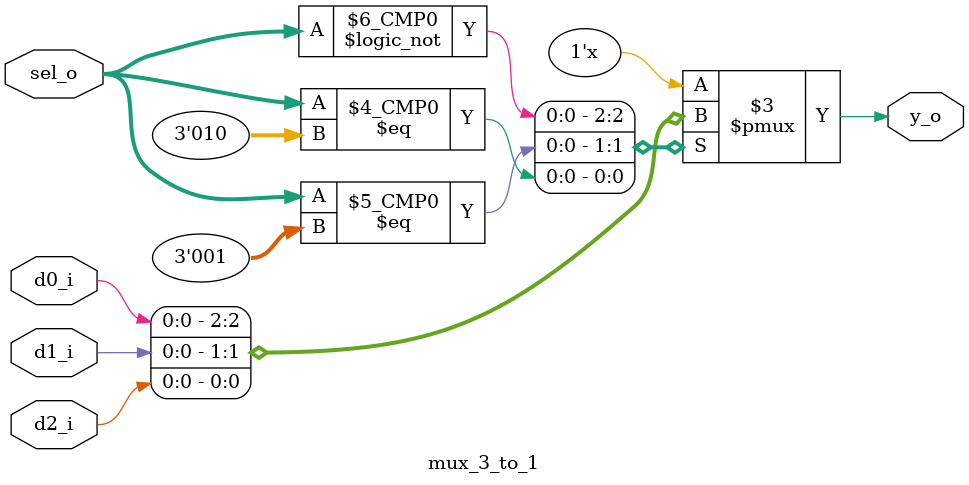
<source format=sv>
`timescale 1ns / 1ps

module mux_3_to_1(
    input logic d0_i,
    input logic d1_i,
    input logic d2_i,
    input logic [2:0] sel_o,
    output logic y_o
    );
    always_comb begin 
    //Evitar latches 
        y_o = 1'bz;
        unique case (sel_o)
            2'b000: y_o = d0_i; // kill
            2'b001: y_o = d1_i; // Generate 
            2'b010: y_o = d2_i;  // Propagation
            default: y_o = 1'bz;
        endcase 
    end
endmodule

</source>
